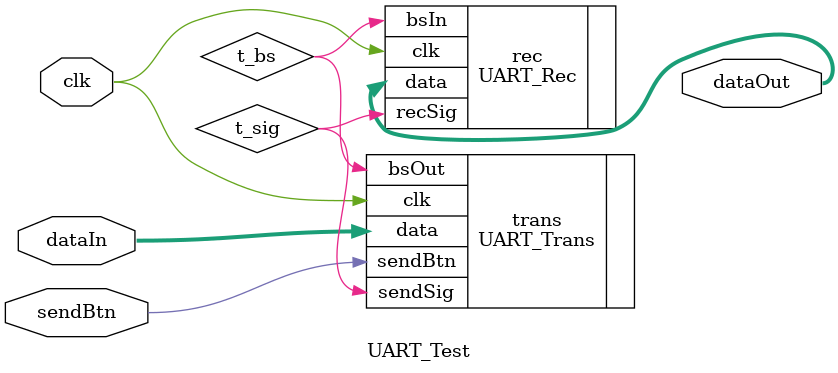
<source format=sv>
`timescale 1ns / 1ps


/* File: UART_Test.sv
 * Init: 11/17/2018 03:34:53 AM
 * Author: Alex Goldstein
 * Desc: Test for UART_Trans & UART_Rec on a single board.
 *       Can be configured to send via wired JA ports, or using interconnects.
 */

module UART_Test(
    input clk, 
    input [15:0] dataIn, //value to send
    input sendBtn, // Push this button when ready to send. 
                   // Sending repeats until btn is released, so make sure to release it!
    output [15:0] dataOut //value received
    
    //input JAbsI, JAsigI, // JA pin inputs (bitstream, receiving signal)
    //output JAbsO, JAsigO // JA pin outputs (bitstream, sending signal)
    );
    
logic t_bs, t_sig; //used for internal wiring, in place of JA pins (eg. for simulation, JA pins cannot be used)

/* The parameters for the modules are a predetermined agreement.
   #([packetSize, cycleDiv, propDelayOffset]), where
        packetSize = # bits sent/received per bitstream (these must agree)
        cycleDiv = clock division for sclk. Period of sclk = (1/100)clk (these must agree)
        propDelayOffset = Rec has delay from the time it receives the "sending" signal, to the time it can begin accepting bits from bitstream.
                          Only an option for Trans.
*/ 
UART_Trans #(16,100,2) trans(.clk, .data(dataIn), .sendBtn, .bsOut(t_bs), .sendSig(t_sig));
UART_Rec #(16,100) rec(.clk, .bsIn(t_bs), .recSig(t_sig), .data(dataOut));


endmodule

</source>
